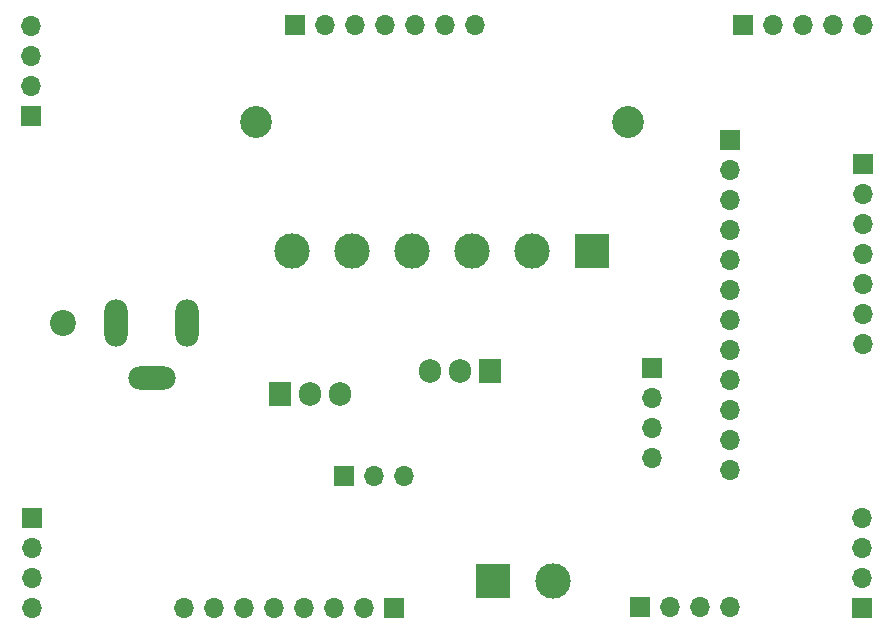
<source format=gbs>
%TF.GenerationSoftware,KiCad,Pcbnew,(6.0.0)*%
%TF.CreationDate,2022-06-14T20:33:02+03:00*%
%TF.ProjectId,breadboard_power_supply,62726561-6462-46f6-9172-645f706f7765,rev?*%
%TF.SameCoordinates,Original*%
%TF.FileFunction,Soldermask,Bot*%
%TF.FilePolarity,Negative*%
%FSLAX46Y46*%
G04 Gerber Fmt 4.6, Leading zero omitted, Abs format (unit mm)*
G04 Created by KiCad (PCBNEW (6.0.0)) date 2022-06-14 20:33:02*
%MOMM*%
%LPD*%
G01*
G04 APERTURE LIST*
%ADD10R,1.700000X1.700000*%
%ADD11O,1.700000X1.700000*%
%ADD12R,3.000000X3.000000*%
%ADD13C,3.000000*%
%ADD14C,2.700000*%
%ADD15R,1.905000X2.000000*%
%ADD16O,1.905000X2.000000*%
%ADD17C,2.200000*%
%ADD18O,2.000000X4.000000*%
%ADD19O,4.000000X2.000000*%
G04 APERTURE END LIST*
D10*
%TO.C,J14*%
X31597600Y-78079600D03*
D11*
X31597600Y-75539600D03*
X31597600Y-72999600D03*
X31597600Y-70459600D03*
%TD*%
D10*
%TO.C,J5*%
X83169600Y-119710600D03*
D11*
X85709600Y-119710600D03*
X88249600Y-119710600D03*
X90789600Y-119710600D03*
%TD*%
D12*
%TO.C,J7*%
X70713600Y-117449600D03*
D13*
X75793600Y-117449600D03*
%TD*%
D10*
%TO.C,J3*%
X62316600Y-119760600D03*
D11*
X59776600Y-119760600D03*
X57236600Y-119760600D03*
X54696600Y-119760600D03*
X52156600Y-119760600D03*
X49616600Y-119760600D03*
X47076600Y-119760600D03*
X44536600Y-119760600D03*
%TD*%
D14*
%TO.C,H2*%
X50647600Y-78587600D03*
%TD*%
D12*
%TO.C,J4*%
X79095600Y-89509600D03*
D13*
X74015600Y-89509600D03*
X68935600Y-89509600D03*
X63855600Y-89509600D03*
X58775600Y-89509600D03*
X53695600Y-89509600D03*
%TD*%
D10*
%TO.C,J9*%
X53949600Y-70434600D03*
D11*
X56489600Y-70434600D03*
X59029600Y-70434600D03*
X61569600Y-70434600D03*
X64109600Y-70434600D03*
X66649600Y-70434600D03*
X69189600Y-70434600D03*
%TD*%
D10*
%TO.C,J12*%
X101930600Y-119735600D03*
D11*
X101930600Y-117195600D03*
X101930600Y-114655600D03*
X101930600Y-112115600D03*
%TD*%
D10*
%TO.C,J11*%
X90779600Y-80106600D03*
D11*
X90779600Y-82646600D03*
X90779600Y-85186600D03*
X90779600Y-87726600D03*
X90779600Y-90266600D03*
X90779600Y-92806600D03*
X90779600Y-95346600D03*
X90779600Y-97886600D03*
X90779600Y-100426600D03*
X90779600Y-102966600D03*
X90779600Y-105506600D03*
X90779600Y-108046600D03*
%TD*%
D15*
%TO.C,U1*%
X70459600Y-99669600D03*
D16*
X67919600Y-99669600D03*
X65379600Y-99669600D03*
%TD*%
D14*
%TO.C,H1*%
X82143600Y-78587600D03*
%TD*%
D10*
%TO.C,J13*%
X84175600Y-99425600D03*
D11*
X84175600Y-101965600D03*
X84175600Y-104505600D03*
X84175600Y-107045600D03*
%TD*%
D10*
%TO.C,J10*%
X31622600Y-112125600D03*
D11*
X31622600Y-114665600D03*
X31622600Y-117205600D03*
X31622600Y-119745600D03*
%TD*%
D10*
%TO.C,J6*%
X58028600Y-108559600D03*
D11*
X60568600Y-108559600D03*
X63108600Y-108559600D03*
%TD*%
D10*
%TO.C,J2*%
X101980600Y-82143600D03*
D11*
X101980600Y-84683600D03*
X101980600Y-87223600D03*
X101980600Y-89763600D03*
X101980600Y-92303600D03*
X101980600Y-94843600D03*
X101980600Y-97383600D03*
%TD*%
D15*
%TO.C,U2*%
X52679600Y-101630600D03*
D16*
X55219600Y-101630600D03*
X57759600Y-101630600D03*
%TD*%
D10*
%TO.C,J8*%
X91825600Y-70434600D03*
D11*
X94365600Y-70434600D03*
X96905600Y-70434600D03*
X99445600Y-70434600D03*
X101985600Y-70434600D03*
%TD*%
D17*
%TO.C,J1*%
X34305600Y-95605600D03*
D18*
X44805600Y-95605600D03*
X38805600Y-95605600D03*
D19*
X41805600Y-100305600D03*
%TD*%
M02*

</source>
